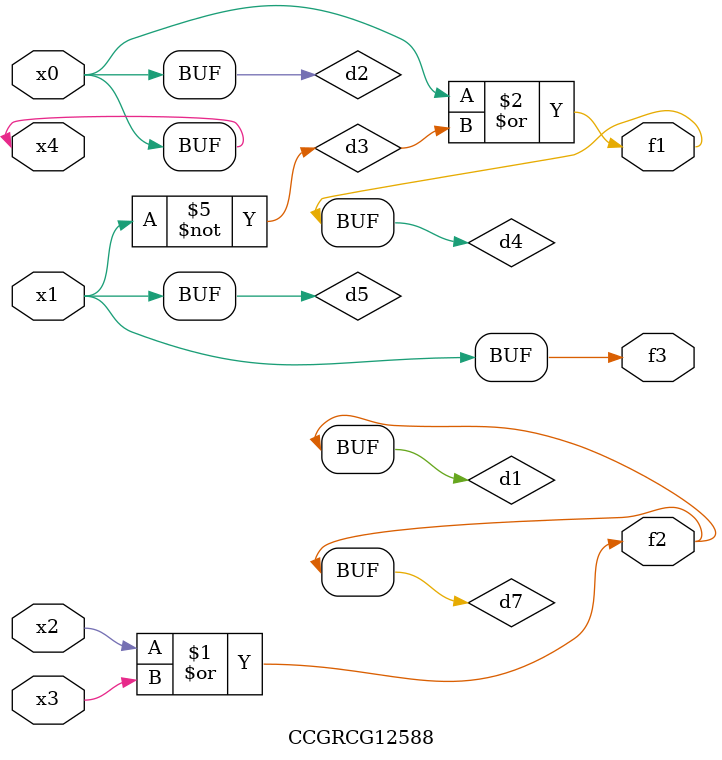
<source format=v>
module CCGRCG12588(
	input x0, x1, x2, x3, x4,
	output f1, f2, f3
);

	wire d1, d2, d3, d4, d5, d6, d7;

	or (d1, x2, x3);
	buf (d2, x0, x4);
	not (d3, x1);
	or (d4, d2, d3);
	not (d5, d3);
	nand (d6, d1, d3);
	or (d7, d1);
	assign f1 = d4;
	assign f2 = d7;
	assign f3 = d5;
endmodule

</source>
